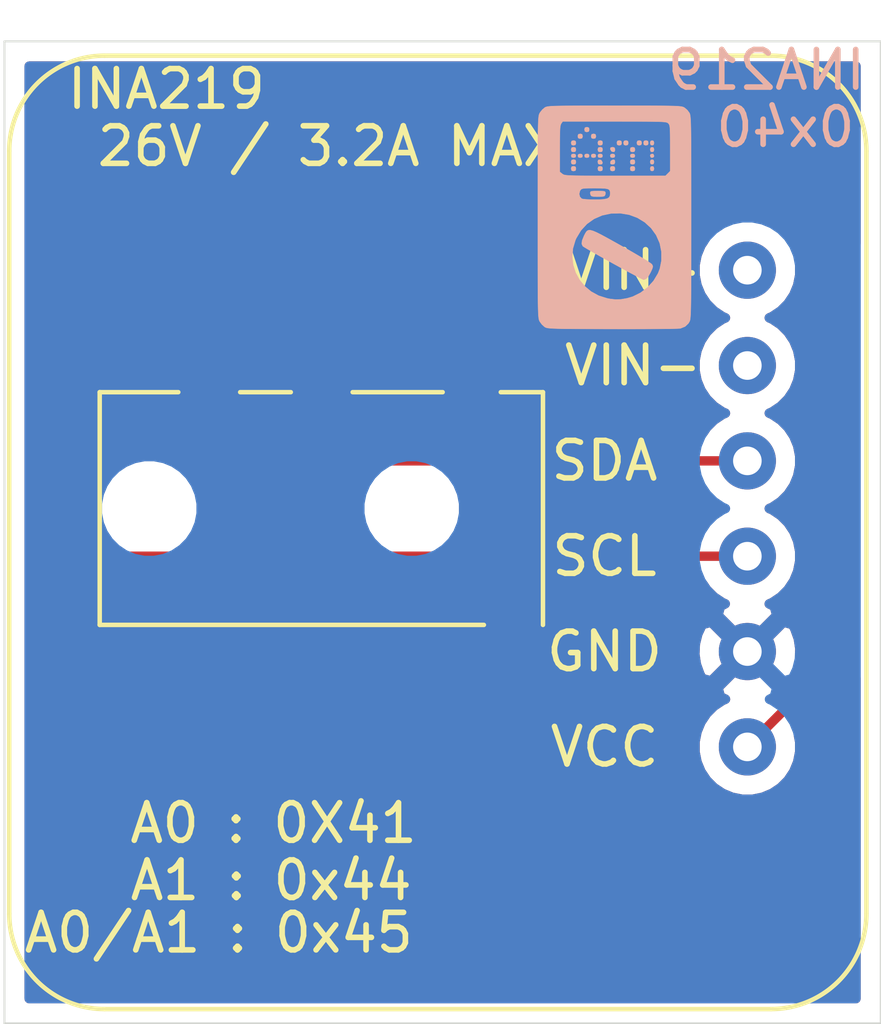
<source format=kicad_pcb>
(kicad_pcb (version 20171130) (host pcbnew "(5.1.5)-3")

  (general
    (thickness 1.6)
    (drawings 11)
    (tracks 14)
    (zones 0)
    (modules 3)
    (nets 7)
  )

  (page A4)
  (layers
    (0 F.Cu signal)
    (31 B.Cu signal)
    (32 B.Adhes user)
    (33 F.Adhes user)
    (34 B.Paste user)
    (35 F.Paste user)
    (36 B.SilkS user)
    (37 F.SilkS user)
    (38 B.Mask user)
    (39 F.Mask user)
    (40 Dwgs.User user)
    (41 Cmts.User user)
    (42 Eco1.User user)
    (43 Eco2.User user)
    (44 Edge.Cuts user)
    (45 Margin user)
    (46 B.CrtYd user)
    (47 F.CrtYd user)
    (48 B.Fab user)
    (49 F.Fab user)
  )

  (setup
    (last_trace_width 0.25)
    (trace_clearance 0.2)
    (zone_clearance 0.508)
    (zone_45_only no)
    (trace_min 0.2)
    (via_size 0.8)
    (via_drill 0.4)
    (via_min_size 0.4)
    (via_min_drill 0.3)
    (uvia_size 0.3)
    (uvia_drill 0.1)
    (uvias_allowed no)
    (uvia_min_size 0.2)
    (uvia_min_drill 0.1)
    (edge_width 0.05)
    (segment_width 0.2)
    (pcb_text_width 0.3)
    (pcb_text_size 1.5 1.5)
    (mod_edge_width 0.12)
    (mod_text_size 1 1)
    (mod_text_width 0.15)
    (pad_size 1.524 1.524)
    (pad_drill 0.762)
    (pad_to_mask_clearance 0.051)
    (solder_mask_min_width 0.25)
    (aux_axis_origin 0 0)
    (visible_elements 7FFFFFFF)
    (pcbplotparams
      (layerselection 0x010fc_ffffffff)
      (usegerberextensions false)
      (usegerberattributes false)
      (usegerberadvancedattributes false)
      (creategerberjobfile false)
      (excludeedgelayer true)
      (linewidth 0.100000)
      (plotframeref false)
      (viasonmask false)
      (mode 1)
      (useauxorigin false)
      (hpglpennumber 1)
      (hpglpenspeed 20)
      (hpglpendiameter 15.000000)
      (psnegative false)
      (psa4output false)
      (plotreference true)
      (plotvalue true)
      (plotinvisibletext false)
      (padsonsilk false)
      (subtractmaskfromsilk false)
      (outputformat 1)
      (mirror false)
      (drillshape 0)
      (scaleselection 1)
      (outputdirectory "gerbers/"))
  )

  (net 0 "")
  (net 1 GND)
  (net 2 SDA)
  (net 3 SCL)
  (net 4 +3V3)
  (net 5 "Net-(U1-Pad5)")
  (net 6 "Net-(U1-Pad6)")

  (net_class Default "Ceci est la Netclass par défaut."
    (clearance 0.2)
    (trace_width 0.25)
    (via_dia 0.8)
    (via_drill 0.4)
    (uvia_dia 0.3)
    (uvia_drill 0.1)
    (add_net +3V3)
    (add_net GND)
    (add_net "Net-(U1-Pad5)")
    (add_net "Net-(U1-Pad6)")
    (add_net SCL)
    (add_net SDA)
  )

  (module usini_sensors:logo_current (layer B.Cu) (tedit 5FDB7EE7) (tstamp 5FDCFD4B)
    (at 175.768 23.241 180)
    (fp_text reference G*** (at -0.762 4.318) (layer B.SilkS) hide
      (effects (font (size 1.524 1.524) (thickness 0.3)) (justify mirror))
    )
    (fp_text value LOGO (at 0.508 -4.318) (layer B.SilkS) hide
      (effects (font (size 1.524 1.524) (thickness 0.3)) (justify mirror))
    )
    (fp_poly (pts (xy 0.772236 2.40251) (xy 0.787131 2.361203) (xy 0.7874 2.3495) (xy 0.776909 2.301164)
      (xy 0.735602 2.286269) (xy 0.7239 2.286) (xy 0.675563 2.296491) (xy 0.660668 2.337798)
      (xy 0.6604 2.3495) (xy 0.67089 2.397837) (xy 0.712197 2.412732) (xy 0.7239 2.413)
      (xy 0.772236 2.40251)) (layer B.SilkS) (width 0.01))
    (fp_poly (pts (xy 0.950036 2.22471) (xy 0.964931 2.183403) (xy 0.9652 2.1717) (xy 0.954709 2.123364)
      (xy 0.913402 2.108469) (xy 0.9017 2.1082) (xy 0.853363 2.118691) (xy 0.838468 2.159998)
      (xy 0.8382 2.1717) (xy 0.84869 2.220037) (xy 0.889997 2.234932) (xy 0.9017 2.2352)
      (xy 0.950036 2.22471)) (layer B.SilkS) (width 0.01))
    (fp_poly (pts (xy 0.594436 2.22471) (xy 0.609331 2.183403) (xy 0.6096 2.1717) (xy 0.599109 2.123364)
      (xy 0.557802 2.108469) (xy 0.5461 2.1082) (xy 0.497763 2.118691) (xy 0.482868 2.159998)
      (xy 0.4826 2.1717) (xy 0.49309 2.220037) (xy 0.534397 2.234932) (xy 0.5461 2.2352)
      (xy 0.594436 2.22471)) (layer B.SilkS) (width 0.01))
    (fp_poly (pts (xy 1.127836 2.04691) (xy 1.142731 2.005603) (xy 1.143 1.9939) (xy 1.132509 1.945564)
      (xy 1.091202 1.930669) (xy 1.0795 1.9304) (xy 1.031163 1.940891) (xy 1.016268 1.982198)
      (xy 1.016 1.9939) (xy 1.02649 2.042237) (xy 1.067797 2.057132) (xy 1.0795 2.0574)
      (xy 1.127836 2.04691)) (layer B.SilkS) (width 0.01))
    (fp_poly (pts (xy 0.416636 2.04691) (xy 0.431531 2.005603) (xy 0.4318 1.9939) (xy 0.421309 1.945564)
      (xy 0.380002 1.930669) (xy 0.3683 1.9304) (xy 0.319963 1.940891) (xy 0.305068 1.982198)
      (xy 0.3048 1.9939) (xy 0.31529 2.042237) (xy 0.356597 2.057132) (xy 0.3683 2.0574)
      (xy 0.416636 2.04691)) (layer B.SilkS) (width 0.01))
    (fp_poly (pts (xy -0.091364 2.04691) (xy -0.076469 2.005603) (xy -0.0762 1.9939) (xy -0.086691 1.945564)
      (xy -0.127998 1.930669) (xy -0.1397 1.9304) (xy -0.188037 1.940891) (xy -0.202932 1.982198)
      (xy -0.2032 1.9939) (xy -0.19271 2.042237) (xy -0.151403 2.057132) (xy -0.1397 2.0574)
      (xy -0.091364 2.04691)) (layer B.SilkS) (width 0.01))
    (fp_poly (pts (xy -0.269164 2.04691) (xy -0.254269 2.005603) (xy -0.254 1.9939) (xy -0.264491 1.945564)
      (xy -0.305798 1.930669) (xy -0.3175 1.9304) (xy -0.365837 1.940891) (xy -0.380732 1.982198)
      (xy -0.381 1.9939) (xy -0.37051 2.042237) (xy -0.329203 2.057132) (xy -0.3175 2.0574)
      (xy -0.269164 2.04691)) (layer B.SilkS) (width 0.01))
    (fp_poly (pts (xy -0.624764 2.04691) (xy -0.609869 2.005603) (xy -0.6096 1.9939) (xy -0.620091 1.945564)
      (xy -0.661398 1.930669) (xy -0.6731 1.9304) (xy -0.721437 1.940891) (xy -0.736332 1.982198)
      (xy -0.7366 1.9939) (xy -0.72611 2.042237) (xy -0.684803 2.057132) (xy -0.6731 2.0574)
      (xy -0.624764 2.04691)) (layer B.SilkS) (width 0.01))
    (fp_poly (pts (xy -0.802564 2.04691) (xy -0.787669 2.005603) (xy -0.7874 1.9939) (xy -0.797891 1.945564)
      (xy -0.839198 1.930669) (xy -0.8509 1.9304) (xy -0.899237 1.940891) (xy -0.914132 1.982198)
      (xy -0.9144 1.9939) (xy -0.90391 2.042237) (xy -0.862603 2.057132) (xy -0.8509 2.0574)
      (xy -0.802564 2.04691)) (layer B.SilkS) (width 0.01))
    (fp_poly (pts (xy -0.976165 2.042518) (xy -0.9652 1.9939) (xy -0.977107 1.944106) (xy -1.016 1.9304)
      (xy -1.055836 1.945283) (xy -1.0668 1.9939) (xy -1.054894 2.043695) (xy -1.016 2.0574)
      (xy -0.976165 2.042518)) (layer B.SilkS) (width 0.01))
    (fp_poly (pts (xy 1.127836 1.86911) (xy 1.142731 1.827803) (xy 1.143 1.8161) (xy 1.132509 1.767764)
      (xy 1.091202 1.752869) (xy 1.0795 1.7526) (xy 1.031163 1.763091) (xy 1.016268 1.804398)
      (xy 1.016 1.8161) (xy 1.02649 1.864437) (xy 1.067797 1.879332) (xy 1.0795 1.8796)
      (xy 1.127836 1.86911)) (layer B.SilkS) (width 0.01))
    (fp_poly (pts (xy 0.416636 1.86911) (xy 0.431531 1.827803) (xy 0.4318 1.8161) (xy 0.421309 1.767764)
      (xy 0.380002 1.752869) (xy 0.3683 1.7526) (xy 0.319963 1.763091) (xy 0.305068 1.804398)
      (xy 0.3048 1.8161) (xy 0.31529 1.864437) (xy 0.356597 1.879332) (xy 0.3683 1.8796)
      (xy 0.416636 1.86911)) (layer B.SilkS) (width 0.01))
    (fp_poly (pts (xy 0.087439 1.871309) (xy 0.098616 1.837835) (xy 0.097016 1.82245) (xy 0.068092 1.771101)
      (xy 0.03175 1.757184) (xy -0.010938 1.760591) (xy -0.024888 1.796837) (xy -0.0254 1.814334)
      (xy -0.015666 1.863449) (xy 0.023723 1.879119) (xy 0.039866 1.8796) (xy 0.087439 1.871309)) (layer B.SilkS) (width 0.01))
    (fp_poly (pts (xy -0.446964 1.86911) (xy -0.432069 1.827803) (xy -0.4318 1.8161) (xy -0.442291 1.767764)
      (xy -0.483598 1.752869) (xy -0.4953 1.7526) (xy -0.543637 1.763091) (xy -0.558532 1.804398)
      (xy -0.5588 1.8161) (xy -0.54831 1.864437) (xy -0.507003 1.879332) (xy -0.4953 1.8796)
      (xy -0.446964 1.86911)) (layer B.SilkS) (width 0.01))
    (fp_poly (pts (xy -0.976165 1.864718) (xy -0.9652 1.8161) (xy -0.977107 1.766306) (xy -1.016 1.7526)
      (xy -1.055836 1.767483) (xy -1.0668 1.8161) (xy -1.054894 1.865895) (xy -1.016 1.8796)
      (xy -0.976165 1.864718)) (layer B.SilkS) (width 0.01))
    (fp_poly (pts (xy 1.129294 1.689894) (xy 1.143 1.651) (xy 1.128117 1.611165) (xy 1.0795 1.6002)
      (xy 1.029705 1.612107) (xy 1.016 1.651) (xy 1.030882 1.690836) (xy 1.0795 1.7018)
      (xy 1.129294 1.689894)) (layer B.SilkS) (width 0.01))
    (fp_poly (pts (xy 0.951494 1.689894) (xy 0.9652 1.651) (xy 0.950317 1.611165) (xy 0.9017 1.6002)
      (xy 0.851905 1.612107) (xy 0.8382 1.651) (xy 0.853082 1.690836) (xy 0.9017 1.7018)
      (xy 0.951494 1.689894)) (layer B.SilkS) (width 0.01))
    (fp_poly (pts (xy 0.773694 1.689894) (xy 0.7874 1.651) (xy 0.772517 1.611165) (xy 0.7239 1.6002)
      (xy 0.674105 1.612107) (xy 0.6604 1.651) (xy 0.675282 1.690836) (xy 0.7239 1.7018)
      (xy 0.773694 1.689894)) (layer B.SilkS) (width 0.01))
    (fp_poly (pts (xy 0.595894 1.689894) (xy 0.6096 1.651) (xy 0.594717 1.611165) (xy 0.5461 1.6002)
      (xy 0.496305 1.612107) (xy 0.4826 1.651) (xy 0.497482 1.690836) (xy 0.5461 1.7018)
      (xy 0.595894 1.689894)) (layer B.SilkS) (width 0.01))
    (fp_poly (pts (xy 0.418094 1.689894) (xy 0.4318 1.651) (xy 0.416917 1.611165) (xy 0.3683 1.6002)
      (xy 0.318505 1.612107) (xy 0.3048 1.651) (xy 0.319682 1.690836) (xy 0.3683 1.7018)
      (xy 0.418094 1.689894)) (layer B.SilkS) (width 0.01))
    (fp_poly (pts (xy 0.087894 1.689894) (xy 0.1016 1.651) (xy 0.086717 1.611165) (xy 0.0381 1.6002)
      (xy -0.011695 1.612107) (xy -0.0254 1.651) (xy -0.010518 1.690836) (xy 0.0381 1.7018)
      (xy 0.087894 1.689894)) (layer B.SilkS) (width 0.01))
    (fp_poly (pts (xy -0.445506 1.689894) (xy -0.4318 1.651) (xy -0.446683 1.611165) (xy -0.4953 1.6002)
      (xy -0.545095 1.612107) (xy -0.5588 1.651) (xy -0.543918 1.690836) (xy -0.4953 1.7018)
      (xy -0.445506 1.689894)) (layer B.SilkS) (width 0.01))
    (fp_poly (pts (xy -0.973549 1.68384) (xy -0.9652 1.651) (xy -0.983161 1.608549) (xy -1.016 1.6002)
      (xy -1.058452 1.618161) (xy -1.0668 1.651) (xy -1.04884 1.693452) (xy -1.016 1.7018)
      (xy -0.973549 1.68384)) (layer B.SilkS) (width 0.01))
    (fp_poly (pts (xy 1.127836 1.53891) (xy 1.142731 1.497603) (xy 1.143 1.4859) (xy 1.132509 1.437564)
      (xy 1.091202 1.422669) (xy 1.0795 1.4224) (xy 1.031163 1.432891) (xy 1.016268 1.474198)
      (xy 1.016 1.4859) (xy 1.02649 1.534237) (xy 1.067797 1.549132) (xy 1.0795 1.5494)
      (xy 1.127836 1.53891)) (layer B.SilkS) (width 0.01))
    (fp_poly (pts (xy 0.417337 1.54141) (xy 0.431287 1.505164) (xy 0.4318 1.487667) (xy 0.422065 1.438552)
      (xy 0.382676 1.422882) (xy 0.366533 1.4224) (xy 0.31896 1.430692) (xy 0.307783 1.464166)
      (xy 0.309383 1.47955) (xy 0.338307 1.5309) (xy 0.37465 1.544817) (xy 0.417337 1.54141)) (layer B.SilkS) (width 0.01))
    (fp_poly (pts (xy 0.03175 1.544817) (xy 0.083099 1.515893) (xy 0.097016 1.47955) (xy 0.093609 1.436863)
      (xy 0.057363 1.422913) (xy 0.039866 1.4224) (xy -0.009249 1.432135) (xy -0.024919 1.471524)
      (xy -0.0254 1.487667) (xy -0.017109 1.53524) (xy 0.016365 1.546417) (xy 0.03175 1.544817)) (layer B.SilkS) (width 0.01))
    (fp_poly (pts (xy -0.446964 1.53891) (xy -0.432069 1.497603) (xy -0.4318 1.4859) (xy -0.442291 1.437564)
      (xy -0.483598 1.422669) (xy -0.4953 1.4224) (xy -0.543637 1.432891) (xy -0.558532 1.474198)
      (xy -0.5588 1.4859) (xy -0.54831 1.534237) (xy -0.507003 1.549132) (xy -0.4953 1.5494)
      (xy -0.446964 1.53891)) (layer B.SilkS) (width 0.01))
    (fp_poly (pts (xy -0.976165 1.534518) (xy -0.9652 1.4859) (xy -0.977107 1.436106) (xy -1.016 1.4224)
      (xy -1.055836 1.437283) (xy -1.0668 1.4859) (xy -1.054894 1.535695) (xy -1.016 1.5494)
      (xy -0.976165 1.534518)) (layer B.SilkS) (width 0.01))
    (fp_poly (pts (xy 1.127836 1.36111) (xy 1.142731 1.319803) (xy 1.143 1.3081) (xy 1.132509 1.259764)
      (xy 1.091202 1.244869) (xy 1.0795 1.2446) (xy 1.031163 1.255091) (xy 1.016268 1.296398)
      (xy 1.016 1.3081) (xy 1.02649 1.356437) (xy 1.067797 1.371332) (xy 1.0795 1.3716)
      (xy 1.127836 1.36111)) (layer B.SilkS) (width 0.01))
    (fp_poly (pts (xy 0.416636 1.36111) (xy 0.431531 1.319803) (xy 0.4318 1.3081) (xy 0.421309 1.259764)
      (xy 0.380002 1.244869) (xy 0.3683 1.2446) (xy 0.319963 1.255091) (xy 0.305068 1.296398)
      (xy 0.3048 1.3081) (xy 0.31529 1.356437) (xy 0.356597 1.371332) (xy 0.3683 1.3716)
      (xy 0.416636 1.36111)) (layer B.SilkS) (width 0.01))
    (fp_poly (pts (xy 0.086436 1.36111) (xy 0.101331 1.319803) (xy 0.1016 1.3081) (xy 0.091109 1.259764)
      (xy 0.049802 1.244869) (xy 0.0381 1.2446) (xy -0.010237 1.255091) (xy -0.025132 1.296398)
      (xy -0.0254 1.3081) (xy -0.01491 1.356437) (xy 0.026397 1.371332) (xy 0.0381 1.3716)
      (xy 0.086436 1.36111)) (layer B.SilkS) (width 0.01))
    (fp_poly (pts (xy -0.446964 1.36111) (xy -0.432069 1.319803) (xy -0.4318 1.3081) (xy -0.442291 1.259764)
      (xy -0.483598 1.244869) (xy -0.4953 1.2446) (xy -0.543637 1.255091) (xy -0.558532 1.296398)
      (xy -0.5588 1.3081) (xy -0.54831 1.356437) (xy -0.507003 1.371332) (xy -0.4953 1.3716)
      (xy -0.446964 1.36111)) (layer B.SilkS) (width 0.01))
    (fp_poly (pts (xy -0.976165 1.356718) (xy -0.9652 1.3081) (xy -0.977107 1.258306) (xy -1.016 1.2446)
      (xy -1.055836 1.259483) (xy -1.0668 1.3081) (xy -1.054894 1.357895) (xy -1.016 1.3716)
      (xy -0.976165 1.356718)) (layer B.SilkS) (width 0.01))
    (fp_poly (pts (xy 0.532612 0.710454) (xy 0.592981 0.706149) (xy 0.623262 0.695189) (xy 0.63381 0.674475)
      (xy 0.635 0.650418) (xy 0.620014 0.597406) (xy 0.594822 0.574218) (xy 0.543736 0.56538)
      (xy 0.463352 0.561413) (xy 0.37462 0.562228) (xy 0.298492 0.567738) (xy 0.26035 0.575622)
      (xy 0.235799 0.6081) (xy 0.2286 0.649817) (xy 0.231018 0.680268) (xy 0.24518 0.698503)
      (xy 0.281443 0.707649) (xy 0.350164 0.710838) (xy 0.4318 0.7112) (xy 0.532612 0.710454)) (layer B.SilkS) (width 0.01))
    (fp_poly (pts (xy 0.711014 -0.345738) (xy 0.740397 -0.374981) (xy 0.766848 -0.417641) (xy 0.794987 -0.472488)
      (xy 0.799175 -0.480775) (xy 0.849599 -0.603637) (xy 0.860794 -0.695511) (xy 0.832703 -0.755847)
      (xy 0.829094 -0.759016) (xy 0.791565 -0.784098) (xy 0.71721 -0.828769) (xy 0.612229 -0.889617)
      (xy 0.48282 -0.96323) (xy 0.335184 -1.046197) (xy 0.175518 -1.135107) (xy 0.010023 -1.226548)
      (xy -0.155104 -1.317108) (xy -0.313662 -1.403376) (xy -0.459454 -1.481941) (xy -0.586279 -1.54939)
      (xy -0.68794 -1.602313) (xy -0.758236 -1.637298) (xy -0.790969 -1.650933) (xy -0.791722 -1.651)
      (xy -0.841582 -1.633447) (xy -0.883791 -1.59994) (xy -0.922057 -1.547366) (xy -0.966871 -1.469935)
      (xy -0.99013 -1.423404) (xy -1.022978 -1.348579) (xy -1.03419 -1.301758) (xy -1.025578 -1.265883)
      (xy -1.009645 -1.239514) (xy -0.978723 -1.213688) (xy -0.90852 -1.166664) (xy -0.804323 -1.101627)
      (xy -0.671418 -1.021762) (xy -0.515091 -0.930253) (xy -0.340628 -0.830284) (xy -0.184071 -0.742181)
      (xy 0.035109 -0.619872) (xy 0.214392 -0.520807) (xy 0.358399 -0.443757) (xy 0.47175 -0.387494)
      (xy 0.559067 -0.350788) (xy 0.62497 -0.332413) (xy 0.674079 -0.331139) (xy 0.711014 -0.345738)) (layer B.SilkS) (width 0.01))
    (fp_poly (pts (xy 0.331299 2.984454) (xy 0.628162 2.984249) (xy 0.881553 2.983791) (xy 1.095137 2.982984)
      (xy 1.272576 2.981733) (xy 1.417535 2.979941) (xy 1.533678 2.977513) (xy 1.624669 2.974354)
      (xy 1.694172 2.970367) (xy 1.745851 2.965458) (xy 1.783369 2.95953) (xy 1.810392 2.952487)
      (xy 1.830582 2.944235) (xy 1.845455 2.935988) (xy 1.911073 2.880902) (xy 1.97012 2.807264)
      (xy 1.978805 2.79283) (xy 1.987273 2.777225) (xy 1.99479 2.760328) (xy 2.001414 2.739187)
      (xy 2.007201 2.710847) (xy 2.012208 2.672356) (xy 2.016491 2.620761) (xy 2.020107 2.553107)
      (xy 2.023112 2.466442) (xy 2.025562 2.357813) (xy 2.027515 2.224265) (xy 2.029027 2.062847)
      (xy 2.030154 1.870604) (xy 2.030952 1.644584) (xy 2.031479 1.381833) (xy 2.031791 1.079397)
      (xy 2.031944 0.734324) (xy 2.031995 0.34366) (xy 2.032 0.0127) (xy 2.031989 -0.414778)
      (xy 2.031919 -0.79441) (xy 2.031734 -1.129148) (xy 2.031376 -1.421947) (xy 2.03079 -1.675758)
      (xy 2.029919 -1.893536) (xy 2.028707 -2.078234) (xy 2.027096 -2.232804) (xy 2.025031 -2.360201)
      (xy 2.022454 -2.463377) (xy 2.01931 -2.545287) (xy 2.015542 -2.608882) (xy 2.011093 -2.657117)
      (xy 2.005907 -2.692944) (xy 1.999927 -2.719318) (xy 1.993097 -2.73919) (xy 1.985361 -2.755516)
      (xy 1.978805 -2.767429) (xy 1.924218 -2.841389) (xy 1.857811 -2.902432) (xy 1.845455 -2.910587)
      (xy 1.827913 -2.920105) (xy 1.806551 -2.928308) (xy 1.777648 -2.935303) (xy 1.737482 -2.941199)
      (xy 1.682331 -2.946106) (xy 1.608474 -2.950131) (xy 1.51219 -2.953382) (xy 1.389755 -2.955969)
      (xy 1.23745 -2.958) (xy 1.051552 -2.959583) (xy 0.828339 -2.960827) (xy 0.564091 -2.96184)
      (xy 0.255085 -2.962731) (xy 0.0381 -2.963273) (xy -0.255704 -2.963693) (xy -0.536145 -2.963532)
      (xy -0.798835 -2.962828) (xy -1.039385 -2.96162) (xy -1.253407 -2.959946) (xy -1.436513 -2.957844)
      (xy -1.584313 -2.955352) (xy -1.69242 -2.952509) (xy -1.756445 -2.949351) (xy -1.771014 -2.947561)
      (xy -1.89553 -2.89768) (xy -1.983352 -2.815422) (xy -2.015504 -2.760313) (xy -2.022215 -2.742888)
      (xy -2.028175 -2.718601) (xy -2.033429 -2.684542) (xy -2.03802 -2.637802) (xy -2.041992 -2.57547)
      (xy -2.04539 -2.494638) (xy -2.048256 -2.392395) (xy -2.050635 -2.265832) (xy -2.052571 -2.11204)
      (xy -2.054108 -1.928108) (xy -2.055289 -1.711126) (xy -2.056159 -1.458186) (xy -2.056761 -1.166377)
      (xy -2.057048 -0.912253) (xy -1.265774 -0.912253) (xy -1.265703 -1.139071) (xy -1.222243 -1.356937)
      (xy -1.174448 -1.480944) (xy -1.0542 -1.681089) (xy -0.89621 -1.855622) (xy -0.708791 -1.997849)
      (xy -0.500255 -2.101073) (xy -0.348929 -2.145941) (xy -0.18759 -2.173774) (xy -0.045173 -2.179305)
      (xy 0.104478 -2.162588) (xy 0.184922 -2.147024) (xy 0.411296 -2.075505) (xy 0.611305 -1.965809)
      (xy 0.782071 -1.823551) (xy 0.920716 -1.654343) (xy 1.024363 -1.4638) (xy 1.090134 -1.257535)
      (xy 1.115152 -1.041162) (xy 1.096538 -0.820294) (xy 1.031416 -0.600546) (xy 1.006495 -0.544254)
      (xy 0.88118 -0.336338) (xy 0.721734 -0.164104) (xy 0.532425 -0.02997) (xy 0.317518 0.063644)
      (xy 0.081278 0.114319) (xy -0.1651 0.120104) (xy -0.403355 0.081282) (xy -0.623847 -0.000459)
      (xy -0.82098 -0.120838) (xy -0.989161 -0.275575) (xy -1.122795 -0.460389) (xy -1.216287 -0.670997)
      (xy -1.221743 -0.688431) (xy -1.265774 -0.912253) (xy -2.057048 -0.912253) (xy -2.057139 -0.83279)
      (xy -2.057338 -0.454515) (xy -2.0574 -0.028642) (xy -2.0574 0.016935) (xy -2.057371 0.445478)
      (xy -2.057308 0.644061) (xy 0.1016 0.644061) (xy 0.108491 0.583116) (xy 0.133651 0.539293)
      (xy 0.183809 0.509964) (xy 0.265694 0.492503) (xy 0.386037 0.484285) (xy 0.515321 0.4826)
      (xy 0.637812 0.484619) (xy 0.744689 0.490106) (xy 0.823947 0.498204) (xy 0.862348 0.507331)
      (xy 0.910924 0.559045) (xy 0.928432 0.633558) (xy 0.91124 0.710916) (xy 0.902273 0.72659)
      (xy 0.884398 0.750822) (xy 0.862138 0.767576) (xy 0.826662 0.778233) (xy 0.769138 0.784168)
      (xy 0.680732 0.786761) (xy 0.552613 0.787389) (xy 0.512494 0.7874) (xy 0.359345 0.786328)
      (xy 0.249747 0.781427) (xy 0.176469 0.770175) (xy 0.132278 0.750051) (xy 0.109943 0.718529)
      (xy 0.102231 0.673089) (xy 0.1016 0.644061) (xy -2.057308 0.644061) (xy -2.05725 0.826163)
      (xy -2.056987 1.161932) (xy -2.056533 1.455726) (xy -2.055835 1.710487) (xy -2.055191 1.853046)
      (xy -1.4986 1.853046) (xy -1.4986 1.242291) (xy -1.436255 1.179946) (xy -1.37391 1.1176)
      (xy -0.02998 1.1176) (xy 0.265525 1.117644) (xy 0.514466 1.117881) (xy 0.721081 1.118469)
      (xy 0.889605 1.119566) (xy 1.024275 1.12133) (xy 1.129328 1.12392) (xy 1.209 1.127493)
      (xy 1.267527 1.132208) (xy 1.309147 1.138222) (xy 1.338095 1.145693) (xy 1.358608 1.154781)
      (xy 1.374924 1.165642) (xy 1.380874 1.170244) (xy 1.4478 1.222888) (xy 1.4478 1.837692)
      (xy 1.447339 2.036374) (xy 1.445713 2.190486) (xy 1.442555 2.306252) (xy 1.437498 2.389896)
      (xy 1.430176 2.447642) (xy 1.420222 2.485713) (xy 1.408259 2.508949) (xy 1.368719 2.5654)
      (xy -0.014141 2.565401) (xy -0.314297 2.565352) (xy -0.567777 2.56511) (xy -0.778702 2.564527)
      (xy -0.951195 2.563457) (xy -1.08938 2.561756) (xy -1.197378 2.559276) (xy -1.279313 2.555871)
      (xy -1.339308 2.551395) (xy -1.381484 2.545703) (xy -1.409966 2.538648) (xy -1.428876 2.530084)
      (xy -1.442336 2.519864) (xy -1.4478 2.514601) (xy -1.463781 2.496028) (xy -1.476013 2.472026)
      (xy -1.484995 2.436102) (xy -1.491225 2.381761) (xy -1.495202 2.302513) (xy -1.497425 2.191864)
      (xy -1.498391 2.043322) (xy -1.4986 1.853046) (xy -2.055191 1.853046) (xy -2.054846 1.929158)
      (xy -2.053514 2.114679) (xy -2.05179 2.269994) (xy -2.049623 2.398043) (xy -2.046963 2.501769)
      (xy -2.043761 2.584114) (xy -2.039965 2.648018) (xy -2.035526 2.696425) (xy -2.030394 2.732276)
      (xy -2.024519 2.758512) (xy -2.01785 2.778076) (xy -2.010338 2.79391) (xy -2.010078 2.794397)
      (xy -1.954501 2.86854) (xy -1.882924 2.929891) (xy -1.876728 2.9337) (xy -1.85883 2.943518)
      (xy -1.83834 2.951982) (xy -1.811579 2.959193) (xy -1.774869 2.965252) (xy -1.724531 2.970258)
      (xy -1.656886 2.974312) (xy -1.568257 2.977515) (xy -1.454964 2.979965) (xy -1.313331 2.981765)
      (xy -1.139677 2.983013) (xy -0.930325 2.983811) (xy -0.681597 2.984257) (xy -0.389813 2.984454)
      (xy -0.051296 2.9845) (xy -0.0127 2.9845) (xy 0.331299 2.984454)) (layer B.SilkS) (width 0.01))
  )

  (module usini_sensors:module_ina219 locked (layer F.Cu) (tedit 5FDA82F6) (tstamp 5FDCF7BF)
    (at 179.324 24.638 180)
    (path /5FDD4E3B)
    (fp_text reference U1 (at 0.635 -20.955) (layer F.SilkS) hide
      (effects (font (size 1 1) (thickness 0.15)))
    )
    (fp_text value module_ina219 (at 5.08 6.35) (layer F.Fab)
      (effects (font (size 1 1) (thickness 0.15)))
    )
    (fp_arc (start 17.145 -17.145) (end 19.685 -17.145) (angle -90) (layer F.SilkS) (width 0.12))
    (fp_arc (start 17.145 3.175) (end 17.145 5.715) (angle -90) (layer F.SilkS) (width 0.12))
    (fp_arc (start -0.635 3.175) (end -3.175 3.175) (angle -90) (layer F.SilkS) (width 0.12))
    (fp_arc (start -0.635 -17.145) (end -0.635 -19.685) (angle -90) (layer F.SilkS) (width 0.12))
    (fp_line (start -3.175 3.175) (end -3.175 -17.145) (layer F.SilkS) (width 0.12))
    (fp_line (start 17.145 5.715) (end -0.635 5.715) (layer F.SilkS) (width 0.12))
    (fp_line (start 19.685 -17.145) (end 19.685 3.175) (layer F.SilkS) (width 0.12))
    (fp_line (start -0.635 -19.685) (end 17.145 -19.685) (layer F.SilkS) (width 0.12))
    (fp_text user VIN+ (at 3.048 0) (layer F.SilkS)
      (effects (font (size 1 1) (thickness 0.15)))
    )
    (fp_text user VIN- (at 3.048 -2.54) (layer F.SilkS)
      (effects (font (size 1 1) (thickness 0.15)))
    )
    (fp_text user SDA (at 3.81 -5.08) (layer F.SilkS)
      (effects (font (size 1 1) (thickness 0.15)))
    )
    (fp_text user SCL (at 3.81 -7.62) (layer F.SilkS)
      (effects (font (size 1 1) (thickness 0.15)))
    )
    (fp_text user GND (at 3.81 -10.16) (layer F.SilkS)
      (effects (font (size 1 1) (thickness 0.15)))
    )
    (fp_text user VCC (at 3.81 -12.7) (layer F.SilkS)
      (effects (font (size 1 1) (thickness 0.15)))
    )
    (pad 6 thru_hole circle (at 0 0 180) (size 1.524 1.524) (drill 0.762) (layers *.Cu *.Mask)
      (net 6 "Net-(U1-Pad6)"))
    (pad 5 thru_hole circle (at 0 -2.54 180) (size 1.524 1.524) (drill 0.762) (layers *.Cu *.Mask)
      (net 5 "Net-(U1-Pad5)"))
    (pad 4 thru_hole circle (at 0 -5.08 180) (size 1.524 1.524) (drill 0.762) (layers *.Cu *.Mask)
      (net 2 SDA))
    (pad 3 thru_hole circle (at 0 -7.62 180) (size 1.524 1.524) (drill 0.762) (layers *.Cu *.Mask)
      (net 3 SCL))
    (pad 2 thru_hole circle (at 0 -10.16 180) (size 1.524 1.524) (drill 0.762) (layers *.Cu *.Mask)
      (net 1 GND))
    (pad 1 thru_hole circle (at 0 -12.7 180) (size 1.524 1.524) (drill 0.762) (layers *.Cu *.Mask)
      (net 4 +3V3))
    (model ${KIPRJMOD}/usini_sensors.pretty/INA219.STEP
      (offset (xyz -0.5 -8.9 2))
      (scale (xyz 1 1 1))
      (rotate (xyz -90 0 -180))
    )
    (model ${KISYS3DMOD}/Connector_PinSocket_2.54mm.3dshapes/PinSocket_1x06_P2.54mm_Vertical.wrl
      (offset (xyz 0 12.7 0))
      (scale (xyz 1 1 1))
      (rotate (xyz 0 0 0))
    )
  )

  (module usini_sensors:jack_3.5mm_TRRS (layer F.Cu) (tedit 5FDB7F81) (tstamp 5FDA3052)
    (at 168.148 30.988)
    (descr "Headphones with microphone connector, 3.5mm, 4 pins (http://www.qingpu-electronics.com/en/products/WQP-PJ320D-72.html)")
    (tags "3.5mm jack mic microphone phones headphones 4pins audio plug")
    (path /5FDC3E76)
    (attr smd)
    (fp_text reference J1 (at -0.508 0.508 90) (layer F.SilkS) hide
      (effects (font (size 1 1) (thickness 0.15)))
    )
    (fp_text value AudioJack4 (at -0.025 6.35) (layer F.Fab)
      (effects (font (size 1 1) (thickness 0.15)))
    )
    (fp_circle (center 3.9 -2.35) (end 3.95 -2.1) (layer F.Fab) (width 0.12))
    (fp_line (start -6.096 -3.1) (end -6.096 3.1) (layer F.SilkS) (width 0.12))
    (fp_line (start -8.73 -5) (end 6.07 -5) (layer F.CrtYd) (width 0.05))
    (fp_line (start -8.73 5) (end 6.07 5) (layer F.CrtYd) (width 0.05))
    (fp_line (start 5.725 3.1) (end 5.725 -3.1) (layer F.SilkS) (width 0.12))
    (fp_line (start -8.73 5) (end -8.73 -5) (layer F.CrtYd) (width 0.05))
    (fp_line (start 6.07 5) (end 6.07 -5) (layer F.CrtYd) (width 0.05))
    (fp_line (start -6.096 -3.1) (end -4 -3.1) (layer F.SilkS) (width 0.12))
    (fp_line (start -2.35 -3.1) (end -1 -3.1) (layer F.SilkS) (width 0.12))
    (fp_line (start 0.65 -3.1) (end 3.05 -3.1) (layer F.SilkS) (width 0.12))
    (fp_line (start 4.6 -3.1) (end 5.725 -3.1) (layer F.SilkS) (width 0.12))
    (fp_line (start 4.15 3.1) (end -6.096 3.1) (layer F.SilkS) (width 0.12))
    (fp_line (start 5.575 -2.9) (end 5.575 2.9) (layer F.Fab) (width 0.1))
    (fp_line (start -6.096 -2.9) (end 5.575 -2.9) (layer F.Fab) (width 0.1))
    (fp_line (start -6.096 -2.3) (end -6.096 -2.9) (layer F.Fab) (width 0.1))
    (fp_line (start -8.225 -2.3) (end -6.096 -2.3) (layer F.Fab) (width 0.1))
    (fp_line (start -8.225 2.3) (end -8.225 -2.3) (layer F.Fab) (width 0.1))
    (fp_line (start -6.096 2.3) (end -8.225 2.3) (layer F.Fab) (width 0.1))
    (fp_line (start -6.096 2.9) (end -6.096 2.286) (layer F.Fab) (width 0.1))
    (fp_line (start 5.575 2.9) (end -6.096 2.9) (layer F.Fab) (width 0.1))
    (fp_text user %R (at -1.195 0) (layer F.Fab)
      (effects (font (size 1 1) (thickness 0.15)))
    )
    (pad "" np_thru_hole circle (at 2.225 0) (size 1.5 1.5) (drill 1.5) (layers *.Cu *.Mask))
    (pad "" np_thru_hole circle (at -4.775 0) (size 1.5 1.5) (drill 1.5) (layers *.Cu *.Mask))
    (pad R2 smd roundrect (at -3.175 -4.572) (size 1.2 3.2) (layers F.Cu F.Paste F.Mask) (roundrect_rratio 0.25)
      (net 2 SDA))
    (pad R1 smd roundrect (at -0.175 -4.572) (size 1.2 3.2) (layers F.Cu F.Paste F.Mask) (roundrect_rratio 0.25)
      (net 3 SCL))
    (pad T smd roundrect (at 3.81 -4.572) (size 1.2 3.2) (layers F.Cu F.Paste F.Mask) (roundrect_rratio 0.25)
      (net 4 +3V3))
    (pad S smd roundrect (at 4.925 4.572) (size 1.2 3.2) (layers F.Cu F.Paste F.Mask) (roundrect_rratio 0.25)
      (net 1 GND))
    (model ${KIPRJMOD}/usini_sensors.pretty/audio_3.5mm_trrs.step
      (offset (xyz 5.5 -3 0))
      (scale (xyz 1 1 1))
      (rotate (xyz 0 0 -90))
    )
  )

  (gr_text "A0/A1 : 0x45" (at 165.227 42.291) (layer F.SilkS)
    (effects (font (size 1 1) (thickness 0.15)))
  )
  (gr_text "A1 : 0x44" (at 166.624 40.894) (layer F.SilkS)
    (effects (font (size 1 1) (thickness 0.15)))
  )
  (gr_text "A0 : 0X41" (at 166.6875 39.37) (layer F.SilkS)
    (effects (font (size 1 1) (thickness 0.15)))
  )
  (gr_text "26V / 3.2A MAX" (at 168.148 21.336) (layer F.SilkS)
    (effects (font (size 1 1) (thickness 0.15)))
  )
  (gr_text INA219 (at 163.83 19.812) (layer F.SilkS)
    (effects (font (size 1 1) (thickness 0.15)))
  )
  (gr_line (start 182.88 44.704) (end 182.88 18.542) (layer Edge.Cuts) (width 0.05))
  (gr_line (start 159.512 44.704) (end 182.88 44.704) (layer Edge.Cuts) (width 0.05))
  (gr_line (start 159.512 18.542) (end 159.512 44.704) (layer Edge.Cuts) (width 0.05))
  (gr_line (start 182.88 18.542) (end 159.512 18.542) (layer Edge.Cuts) (width 0.05))
  (gr_text 0x40 (at 180.34 20.828) (layer B.SilkS)
    (effects (font (size 1 1) (thickness 0.15)) (justify mirror))
  )
  (gr_text INA219 (at 179.832 19.304) (layer B.SilkS)
    (effects (font (size 1 1) (thickness 0.15)) (justify mirror))
  )

  (segment (start 164.973 28.829) (end 164.973 26.416) (width 0.25) (layer F.Cu) (net 2))
  (segment (start 179.324 29.718) (end 165.862 29.718) (width 0.25) (layer F.Cu) (net 2))
  (segment (start 165.862 29.718) (end 164.973 28.829) (width 0.25) (layer F.Cu) (net 2))
  (segment (start 164.925 23.368) (end 167.973 26.416) (width 0.25) (layer F.Cu) (net 3))
  (segment (start 161.798 32.258) (end 161.036 31.496) (width 0.25) (layer F.Cu) (net 3))
  (segment (start 179.324 32.258) (end 161.798 32.258) (width 0.25) (layer F.Cu) (net 3))
  (segment (start 161.036 24.638) (end 162.306 23.368) (width 0.25) (layer F.Cu) (net 3))
  (segment (start 161.036 31.496) (end 161.036 24.638) (width 0.25) (layer F.Cu) (net 3))
  (segment (start 162.306 23.368) (end 164.925 23.368) (width 0.25) (layer F.Cu) (net 3))
  (segment (start 179.324 37.338) (end 181.864 34.798) (width 0.25) (layer F.Cu) (net 4))
  (segment (start 181.864 34.798) (end 181.864 24.638) (width 0.25) (layer F.Cu) (net 4))
  (segment (start 181.864 24.638) (end 180.34 23.114) (width 0.25) (layer F.Cu) (net 4))
  (segment (start 175.26 23.114) (end 171.958 26.416) (width 0.25) (layer F.Cu) (net 4))
  (segment (start 180.34 23.114) (end 175.26 23.114) (width 0.25) (layer F.Cu) (net 4))

  (zone (net 1) (net_name GND) (layer F.Cu) (tstamp 5FE0E918) (hatch edge 0.508)
    (connect_pads (clearance 0.508))
    (min_thickness 0.254)
    (fill yes (arc_segments 32) (thermal_gap 0.508) (thermal_bridge_width 0.508))
    (polygon
      (pts
        (xy 182.88 44.704) (xy 159.512 44.704) (xy 159.512 18.542) (xy 182.88 18.542)
      )
    )
    (filled_polygon
      (pts
        (xy 182.220001 23.919198) (xy 180.903803 22.603002) (xy 180.880001 22.573999) (xy 180.764276 22.479026) (xy 180.632247 22.408454)
        (xy 180.488986 22.364997) (xy 180.377333 22.354) (xy 180.377322 22.354) (xy 180.34 22.350324) (xy 180.302678 22.354)
        (xy 175.297322 22.354) (xy 175.259999 22.350324) (xy 175.222676 22.354) (xy 175.222667 22.354) (xy 175.111014 22.364997)
        (xy 174.967753 22.408454) (xy 174.835724 22.479026) (xy 174.719999 22.573999) (xy 174.696201 22.602997) (xy 172.880233 24.418966)
        (xy 172.779165 24.336022) (xy 172.616985 24.249334) (xy 172.441009 24.195953) (xy 172.258 24.177928) (xy 171.658 24.177928)
        (xy 171.474991 24.195953) (xy 171.299015 24.249334) (xy 171.136835 24.336022) (xy 170.994683 24.452683) (xy 170.878022 24.594835)
        (xy 170.791334 24.757015) (xy 170.737953 24.932991) (xy 170.719928 25.116) (xy 170.719928 27.716) (xy 170.737953 27.899009)
        (xy 170.791334 28.074985) (xy 170.878022 28.237165) (xy 170.994683 28.379317) (xy 171.136835 28.495978) (xy 171.299015 28.582666)
        (xy 171.474991 28.636047) (xy 171.658 28.654072) (xy 172.258 28.654072) (xy 172.441009 28.636047) (xy 172.616985 28.582666)
        (xy 172.779165 28.495978) (xy 172.921317 28.379317) (xy 173.037978 28.237165) (xy 173.124666 28.074985) (xy 173.178047 27.899009)
        (xy 173.196072 27.716) (xy 173.196072 26.252729) (xy 175.574802 23.874) (xy 178.154332 23.874) (xy 178.085995 23.976273)
        (xy 177.980686 24.23051) (xy 177.927 24.500408) (xy 177.927 24.775592) (xy 177.980686 25.04549) (xy 178.085995 25.299727)
        (xy 178.23888 25.528535) (xy 178.433465 25.72312) (xy 178.662273 25.876005) (xy 178.739515 25.908) (xy 178.662273 25.939995)
        (xy 178.433465 26.09288) (xy 178.23888 26.287465) (xy 178.085995 26.516273) (xy 177.980686 26.77051) (xy 177.927 27.040408)
        (xy 177.927 27.315592) (xy 177.980686 27.58549) (xy 178.085995 27.839727) (xy 178.23888 28.068535) (xy 178.433465 28.26312)
        (xy 178.662273 28.416005) (xy 178.739515 28.448) (xy 178.662273 28.479995) (xy 178.433465 28.63288) (xy 178.23888 28.827465)
        (xy 178.151659 28.958) (xy 166.176802 28.958) (xy 165.742432 28.52363) (xy 165.794165 28.495978) (xy 165.936317 28.379317)
        (xy 166.052978 28.237165) (xy 166.139666 28.074985) (xy 166.193047 27.899009) (xy 166.211072 27.716) (xy 166.211072 25.728874)
        (xy 166.734928 26.25273) (xy 166.734928 27.716) (xy 166.752953 27.899009) (xy 166.806334 28.074985) (xy 166.893022 28.237165)
        (xy 167.009683 28.379317) (xy 167.151835 28.495978) (xy 167.314015 28.582666) (xy 167.489991 28.636047) (xy 167.673 28.654072)
        (xy 168.273 28.654072) (xy 168.456009 28.636047) (xy 168.631985 28.582666) (xy 168.794165 28.495978) (xy 168.936317 28.379317)
        (xy 169.052978 28.237165) (xy 169.139666 28.074985) (xy 169.193047 27.899009) (xy 169.211072 27.716) (xy 169.211072 25.116)
        (xy 169.193047 24.932991) (xy 169.139666 24.757015) (xy 169.052978 24.594835) (xy 168.936317 24.452683) (xy 168.794165 24.336022)
        (xy 168.631985 24.249334) (xy 168.456009 24.195953) (xy 168.273 24.177928) (xy 167.673 24.177928) (xy 167.489991 24.195953)
        (xy 167.314015 24.249334) (xy 167.151835 24.336022) (xy 167.050767 24.418966) (xy 165.488804 22.857003) (xy 165.465001 22.827999)
        (xy 165.349276 22.733026) (xy 165.217247 22.662454) (xy 165.073986 22.618997) (xy 164.962333 22.608) (xy 164.962322 22.608)
        (xy 164.925 22.604324) (xy 164.887678 22.608) (xy 162.343322 22.608) (xy 162.305999 22.604324) (xy 162.268676 22.608)
        (xy 162.268667 22.608) (xy 162.157014 22.618997) (xy 162.013753 22.662454) (xy 161.881724 22.733026) (xy 161.765999 22.827999)
        (xy 161.742201 22.856997) (xy 160.524998 24.074201) (xy 160.496 24.097999) (xy 160.472203 24.126996) (xy 160.472201 24.126998)
        (xy 160.401026 24.213724) (xy 160.330454 24.345754) (xy 160.30018 24.445558) (xy 160.286999 24.489013) (xy 160.286998 24.489015)
        (xy 160.272324 24.638) (xy 160.276001 24.675332) (xy 160.276 31.458677) (xy 160.272324 31.496) (xy 160.276 31.533322)
        (xy 160.276 31.533332) (xy 160.286997 31.644985) (xy 160.330454 31.788246) (xy 160.401026 31.920276) (xy 160.438348 31.965753)
        (xy 160.495999 32.036001) (xy 160.525002 32.059803) (xy 161.234201 32.769002) (xy 161.257999 32.798001) (xy 161.373724 32.892974)
        (xy 161.505753 32.963546) (xy 161.649014 33.007003) (xy 161.760667 33.018) (xy 161.760675 33.018) (xy 161.798 33.021676)
        (xy 161.835325 33.018) (xy 178.151659 33.018) (xy 178.23888 33.148535) (xy 178.433465 33.34312) (xy 178.662273 33.496005)
        (xy 178.733943 33.525692) (xy 178.720977 33.530364) (xy 178.60502 33.592344) (xy 178.53804 33.832435) (xy 179.324 34.618395)
        (xy 180.10996 33.832435) (xy 180.04298 33.592344) (xy 179.90724 33.528515) (xy 179.985727 33.496005) (xy 180.214535 33.34312)
        (xy 180.40912 33.148535) (xy 180.562005 32.919727) (xy 180.667314 32.66549) (xy 180.721 32.395592) (xy 180.721 32.120408)
        (xy 180.667314 31.85051) (xy 180.562005 31.596273) (xy 180.40912 31.367465) (xy 180.214535 31.17288) (xy 179.985727 31.019995)
        (xy 179.908485 30.988) (xy 179.985727 30.956005) (xy 180.214535 30.80312) (xy 180.40912 30.608535) (xy 180.562005 30.379727)
        (xy 180.667314 30.12549) (xy 180.721 29.855592) (xy 180.721 29.580408) (xy 180.667314 29.31051) (xy 180.562005 29.056273)
        (xy 180.40912 28.827465) (xy 180.214535 28.63288) (xy 179.985727 28.479995) (xy 179.908485 28.448) (xy 179.985727 28.416005)
        (xy 180.214535 28.26312) (xy 180.40912 28.068535) (xy 180.562005 27.839727) (xy 180.667314 27.58549) (xy 180.721 27.315592)
        (xy 180.721 27.040408) (xy 180.667314 26.77051) (xy 180.562005 26.516273) (xy 180.40912 26.287465) (xy 180.214535 26.09288)
        (xy 179.985727 25.939995) (xy 179.908485 25.908) (xy 179.985727 25.876005) (xy 180.214535 25.72312) (xy 180.40912 25.528535)
        (xy 180.562005 25.299727) (xy 180.667314 25.04549) (xy 180.721 24.775592) (xy 180.721 24.569802) (xy 181.104001 24.952804)
        (xy 181.104 34.483197) (xy 180.719255 34.867943) (xy 180.72591 34.725983) (xy 180.684922 34.453867) (xy 180.591636 34.194977)
        (xy 180.529656 34.07902) (xy 180.289565 34.01204) (xy 179.503605 34.798) (xy 179.517748 34.812143) (xy 179.338143 34.991748)
        (xy 179.324 34.977605) (xy 178.53804 35.763565) (xy 178.60502 36.003656) (xy 178.74076 36.067485) (xy 178.662273 36.099995)
        (xy 178.433465 36.25288) (xy 178.23888 36.447465) (xy 178.085995 36.676273) (xy 177.980686 36.93051) (xy 177.927 37.200408)
        (xy 177.927 37.475592) (xy 177.980686 37.74549) (xy 178.085995 37.999727) (xy 178.23888 38.228535) (xy 178.433465 38.42312)
        (xy 178.662273 38.576005) (xy 178.91651 38.681314) (xy 179.186408 38.735) (xy 179.461592 38.735) (xy 179.73149 38.681314)
        (xy 179.985727 38.576005) (xy 180.214535 38.42312) (xy 180.40912 38.228535) (xy 180.562005 37.999727) (xy 180.667314 37.74549)
        (xy 180.721 37.475592) (xy 180.721 37.200408) (xy 180.690372 37.04643) (xy 182.22 35.516802) (xy 182.22 44.044)
        (xy 160.172 44.044) (xy 160.172 37.16) (xy 171.834928 37.16) (xy 171.847188 37.284482) (xy 171.883498 37.40418)
        (xy 171.942463 37.514494) (xy 172.021815 37.611185) (xy 172.118506 37.690537) (xy 172.22882 37.749502) (xy 172.348518 37.785812)
        (xy 172.473 37.798072) (xy 172.78725 37.795) (xy 172.946 37.63625) (xy 172.946 35.687) (xy 173.2 35.687)
        (xy 173.2 37.63625) (xy 173.35875 37.795) (xy 173.673 37.798072) (xy 173.797482 37.785812) (xy 173.91718 37.749502)
        (xy 174.027494 37.690537) (xy 174.124185 37.611185) (xy 174.203537 37.514494) (xy 174.262502 37.40418) (xy 174.298812 37.284482)
        (xy 174.311072 37.16) (xy 174.308 35.84575) (xy 174.14925 35.687) (xy 173.2 35.687) (xy 172.946 35.687)
        (xy 171.99675 35.687) (xy 171.838 35.84575) (xy 171.834928 37.16) (xy 160.172 37.16) (xy 160.172 33.96)
        (xy 171.834928 33.96) (xy 171.838 35.27425) (xy 171.99675 35.433) (xy 172.946 35.433) (xy 172.946 33.48375)
        (xy 173.2 33.48375) (xy 173.2 35.433) (xy 174.14925 35.433) (xy 174.308 35.27425) (xy 174.308944 34.870017)
        (xy 177.92209 34.870017) (xy 177.963078 35.142133) (xy 178.056364 35.401023) (xy 178.118344 35.51698) (xy 178.358435 35.58396)
        (xy 179.144395 34.798) (xy 178.358435 34.01204) (xy 178.118344 34.07902) (xy 178.001244 34.328048) (xy 177.934977 34.595135)
        (xy 177.92209 34.870017) (xy 174.308944 34.870017) (xy 174.311072 33.96) (xy 174.298812 33.835518) (xy 174.262502 33.71582)
        (xy 174.203537 33.605506) (xy 174.124185 33.508815) (xy 174.027494 33.429463) (xy 173.91718 33.370498) (xy 173.797482 33.334188)
        (xy 173.673 33.321928) (xy 173.35875 33.325) (xy 173.2 33.48375) (xy 172.946 33.48375) (xy 172.78725 33.325)
        (xy 172.473 33.321928) (xy 172.348518 33.334188) (xy 172.22882 33.370498) (xy 172.118506 33.429463) (xy 172.021815 33.508815)
        (xy 171.942463 33.605506) (xy 171.883498 33.71582) (xy 171.847188 33.835518) (xy 171.834928 33.96) (xy 160.172 33.96)
        (xy 160.172 19.202) (xy 182.220001 19.202)
      )
    )
  )
  (zone (net 1) (net_name GND) (layer B.Cu) (tstamp 5FE0E915) (hatch edge 0.508)
    (connect_pads (clearance 0.508))
    (min_thickness 0.254)
    (fill yes (arc_segments 32) (thermal_gap 0.508) (thermal_bridge_width 0.508))
    (polygon
      (pts
        (xy 182.88 44.704) (xy 159.512 44.704) (xy 159.512 18.542) (xy 182.88 18.542)
      )
    )
    (filled_polygon
      (pts
        (xy 182.22 44.044) (xy 160.172 44.044) (xy 160.172 37.200408) (xy 177.927 37.200408) (xy 177.927 37.475592)
        (xy 177.980686 37.74549) (xy 178.085995 37.999727) (xy 178.23888 38.228535) (xy 178.433465 38.42312) (xy 178.662273 38.576005)
        (xy 178.91651 38.681314) (xy 179.186408 38.735) (xy 179.461592 38.735) (xy 179.73149 38.681314) (xy 179.985727 38.576005)
        (xy 180.214535 38.42312) (xy 180.40912 38.228535) (xy 180.562005 37.999727) (xy 180.667314 37.74549) (xy 180.721 37.475592)
        (xy 180.721 37.200408) (xy 180.667314 36.93051) (xy 180.562005 36.676273) (xy 180.40912 36.447465) (xy 180.214535 36.25288)
        (xy 179.985727 36.099995) (xy 179.914057 36.070308) (xy 179.927023 36.065636) (xy 180.04298 36.003656) (xy 180.10996 35.763565)
        (xy 179.324 34.977605) (xy 178.53804 35.763565) (xy 178.60502 36.003656) (xy 178.74076 36.067485) (xy 178.662273 36.099995)
        (xy 178.433465 36.25288) (xy 178.23888 36.447465) (xy 178.085995 36.676273) (xy 177.980686 36.93051) (xy 177.927 37.200408)
        (xy 160.172 37.200408) (xy 160.172 34.870017) (xy 177.92209 34.870017) (xy 177.963078 35.142133) (xy 178.056364 35.401023)
        (xy 178.118344 35.51698) (xy 178.358435 35.58396) (xy 179.144395 34.798) (xy 179.503605 34.798) (xy 180.289565 35.58396)
        (xy 180.529656 35.51698) (xy 180.646756 35.267952) (xy 180.713023 35.000865) (xy 180.72591 34.725983) (xy 180.684922 34.453867)
        (xy 180.591636 34.194977) (xy 180.529656 34.07902) (xy 180.289565 34.01204) (xy 179.503605 34.798) (xy 179.144395 34.798)
        (xy 178.358435 34.01204) (xy 178.118344 34.07902) (xy 178.001244 34.328048) (xy 177.934977 34.595135) (xy 177.92209 34.870017)
        (xy 160.172 34.870017) (xy 160.172 30.851589) (xy 161.988 30.851589) (xy 161.988 31.124411) (xy 162.041225 31.391989)
        (xy 162.145629 31.644043) (xy 162.297201 31.870886) (xy 162.490114 32.063799) (xy 162.716957 32.215371) (xy 162.969011 32.319775)
        (xy 163.236589 32.373) (xy 163.509411 32.373) (xy 163.776989 32.319775) (xy 164.029043 32.215371) (xy 164.255886 32.063799)
        (xy 164.448799 31.870886) (xy 164.600371 31.644043) (xy 164.704775 31.391989) (xy 164.758 31.124411) (xy 164.758 30.851589)
        (xy 168.988 30.851589) (xy 168.988 31.124411) (xy 169.041225 31.391989) (xy 169.145629 31.644043) (xy 169.297201 31.870886)
        (xy 169.490114 32.063799) (xy 169.716957 32.215371) (xy 169.969011 32.319775) (xy 170.236589 32.373) (xy 170.509411 32.373)
        (xy 170.776989 32.319775) (xy 171.029043 32.215371) (xy 171.255886 32.063799) (xy 171.448799 31.870886) (xy 171.600371 31.644043)
        (xy 171.704775 31.391989) (xy 171.758 31.124411) (xy 171.758 30.851589) (xy 171.704775 30.584011) (xy 171.600371 30.331957)
        (xy 171.448799 30.105114) (xy 171.255886 29.912201) (xy 171.029043 29.760629) (xy 170.776989 29.656225) (xy 170.509411 29.603)
        (xy 170.236589 29.603) (xy 169.969011 29.656225) (xy 169.716957 29.760629) (xy 169.490114 29.912201) (xy 169.297201 30.105114)
        (xy 169.145629 30.331957) (xy 169.041225 30.584011) (xy 168.988 30.851589) (xy 164.758 30.851589) (xy 164.704775 30.584011)
        (xy 164.600371 30.331957) (xy 164.448799 30.105114) (xy 164.255886 29.912201) (xy 164.029043 29.760629) (xy 163.776989 29.656225)
        (xy 163.509411 29.603) (xy 163.236589 29.603) (xy 162.969011 29.656225) (xy 162.716957 29.760629) (xy 162.490114 29.912201)
        (xy 162.297201 30.105114) (xy 162.145629 30.331957) (xy 162.041225 30.584011) (xy 161.988 30.851589) (xy 160.172 30.851589)
        (xy 160.172 24.500408) (xy 177.927 24.500408) (xy 177.927 24.775592) (xy 177.980686 25.04549) (xy 178.085995 25.299727)
        (xy 178.23888 25.528535) (xy 178.433465 25.72312) (xy 178.662273 25.876005) (xy 178.739515 25.908) (xy 178.662273 25.939995)
        (xy 178.433465 26.09288) (xy 178.23888 26.287465) (xy 178.085995 26.516273) (xy 177.980686 26.77051) (xy 177.927 27.040408)
        (xy 177.927 27.315592) (xy 177.980686 27.58549) (xy 178.085995 27.839727) (xy 178.23888 28.068535) (xy 178.433465 28.26312)
        (xy 178.662273 28.416005) (xy 178.739515 28.448) (xy 178.662273 28.479995) (xy 178.433465 28.63288) (xy 178.23888 28.827465)
        (xy 178.085995 29.056273) (xy 177.980686 29.31051) (xy 177.927 29.580408) (xy 177.927 29.855592) (xy 177.980686 30.12549)
        (xy 178.085995 30.379727) (xy 178.23888 30.608535) (xy 178.433465 30.80312) (xy 178.662273 30.956005) (xy 178.739515 30.988)
        (xy 178.662273 31.019995) (xy 178.433465 31.17288) (xy 178.23888 31.367465) (xy 178.085995 31.596273) (xy 177.980686 31.85051)
        (xy 177.927 32.120408) (xy 177.927 32.395592) (xy 177.980686 32.66549) (xy 178.085995 32.919727) (xy 178.23888 33.148535)
        (xy 178.433465 33.34312) (xy 178.662273 33.496005) (xy 178.733943 33.525692) (xy 178.720977 33.530364) (xy 178.60502 33.592344)
        (xy 178.53804 33.832435) (xy 179.324 34.618395) (xy 180.10996 33.832435) (xy 180.04298 33.592344) (xy 179.90724 33.528515)
        (xy 179.985727 33.496005) (xy 180.214535 33.34312) (xy 180.40912 33.148535) (xy 180.562005 32.919727) (xy 180.667314 32.66549)
        (xy 180.721 32.395592) (xy 180.721 32.120408) (xy 180.667314 31.85051) (xy 180.562005 31.596273) (xy 180.40912 31.367465)
        (xy 180.214535 31.17288) (xy 179.985727 31.019995) (xy 179.908485 30.988) (xy 179.985727 30.956005) (xy 180.214535 30.80312)
        (xy 180.40912 30.608535) (xy 180.562005 30.379727) (xy 180.667314 30.12549) (xy 180.721 29.855592) (xy 180.721 29.580408)
        (xy 180.667314 29.31051) (xy 180.562005 29.056273) (xy 180.40912 28.827465) (xy 180.214535 28.63288) (xy 179.985727 28.479995)
        (xy 179.908485 28.448) (xy 179.985727 28.416005) (xy 180.214535 28.26312) (xy 180.40912 28.068535) (xy 180.562005 27.839727)
        (xy 180.667314 27.58549) (xy 180.721 27.315592) (xy 180.721 27.040408) (xy 180.667314 26.77051) (xy 180.562005 26.516273)
        (xy 180.40912 26.287465) (xy 180.214535 26.09288) (xy 179.985727 25.939995) (xy 179.908485 25.908) (xy 179.985727 25.876005)
        (xy 180.214535 25.72312) (xy 180.40912 25.528535) (xy 180.562005 25.299727) (xy 180.667314 25.04549) (xy 180.721 24.775592)
        (xy 180.721 24.500408) (xy 180.667314 24.23051) (xy 180.562005 23.976273) (xy 180.40912 23.747465) (xy 180.214535 23.55288)
        (xy 179.985727 23.399995) (xy 179.73149 23.294686) (xy 179.461592 23.241) (xy 179.186408 23.241) (xy 178.91651 23.294686)
        (xy 178.662273 23.399995) (xy 178.433465 23.55288) (xy 178.23888 23.747465) (xy 178.085995 23.976273) (xy 177.980686 24.23051)
        (xy 177.927 24.500408) (xy 160.172 24.500408) (xy 160.172 19.202) (xy 182.220001 19.202)
      )
    )
  )
)

</source>
